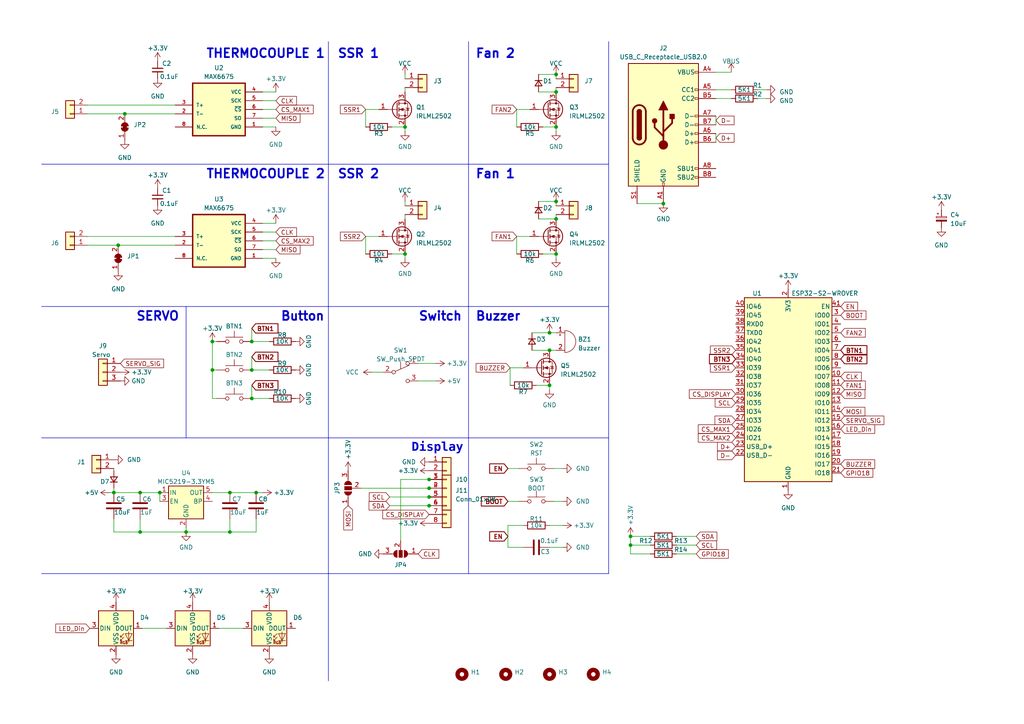
<source format=kicad_sch>
(kicad_sch (version 20230121) (generator eeschema)
  (paper "A4")
  (junction (at 159.385 96.52))
  (junction (at 124.46 139.065))
  (junction (at 61.595 99.06))
  (junction (at 34.29 71.12))
  (junction (at 73.025 99.06))
  (junction (at 124.46 146.685))
  (junction (at 33.02 142.875))
  (junction (at 74.295 142.875))
  (junction (at 182.88 158.115))
  (junction (at 117.475 73.66))
  (junction (at 192.405 59.055))
  (junction (at 124.46 144.145))
  (junction (at 61.595 107.315))
  (junction (at 161.29 73.66))
  (junction (at 161.29 21.59))
  (junction (at 159.385 111.76))
  (junction (at 66.675 154.305))
  (junction (at 161.29 26.67))
  (junction (at 40.64 154.305))
  (junction (at 161.29 36.83))
  (junction (at 73.025 107.315))
  (junction (at 124.46 141.605))
  (junction (at 73.025 115.57))
  (junction (at 159.385 101.6))
  (junction (at 40.64 142.875))
  (junction (at 53.975 154.305))
  (junction (at 161.29 63.5))
  (junction (at 182.88 155.575))
  (junction (at 117.475 36.83))
  (junction (at 36.195 33.02))
  (junction (at 46.355 142.875))
  (junction (at 66.675 142.875))
  (junction (at 161.29 58.42))
  (wire (pts (xy 104.775 141.605) (xy 124.46 141.605)))
  (wire (pts (xy 113.03 144.145) (xy 124.46 144.145)))
  (wire (pts (xy 80.01 72.39) (xy 76.2 72.39)))
  (wire (pts (xy 207.645 38.735) (xy 207.645 41.275)))
  (wire (pts (xy 156.21 58.42) (xy 161.29 58.42)))
  (wire (pts (xy 151.765 106.68) (xy 147.955 106.68)))
  (wire (pts (xy 40.64 154.305) (xy 53.975 154.305)))
  (polyline (pts (xy 95.25 88.9) (xy 95.25 127)))
  (wire (pts (xy 40.64 150.495) (xy 40.64 154.305)))
  (wire (pts (xy 156.21 63.5) (xy 161.29 63.5)))
  (wire (pts (xy 154.305 96.52) (xy 159.385 96.52)))
  (wire (pts (xy 107.95 107.95) (xy 111.125 107.95)))
  (wire (pts (xy 201.93 160.655) (xy 196.215 160.655)))
  (wire (pts (xy 188.595 158.115) (xy 182.88 158.115)))
  (wire (pts (xy 117.475 74.93) (xy 117.475 73.66)))
  (wire (pts (xy 212.09 26.035) (xy 207.645 26.035)))
  (polyline (pts (xy 53.975 88.9) (xy 53.975 127)))
  (wire (pts (xy 25.4 30.48) (xy 50.8 30.48)))
  (polyline (pts (xy 176.53 12.065) (xy 176.53 165.735)))
  (wire (pts (xy 161.29 62.23) (xy 161.29 63.5)))
  (wire (pts (xy 163.195 135.89) (xy 160.655 135.89)))
  (wire (pts (xy 74.295 150.495) (xy 74.295 154.305)))
  (wire (pts (xy 147.32 158.75) (xy 151.765 158.75)))
  (polyline (pts (xy 95.25 127) (xy 95.25 166.37)))
  (polyline (pts (xy 135.89 12.065) (xy 135.89 47.625)))
  (wire (pts (xy 212.09 28.575) (xy 207.645 28.575)))
  (polyline (pts (xy 12.065 166.37) (xy 95.25 166.37)))
  (wire (pts (xy 53.975 154.305) (xy 53.975 153.035)))
  (wire (pts (xy 222.25 26.035) (xy 219.71 26.035)))
  (wire (pts (xy 61.595 99.06) (xy 61.595 107.315)))
  (wire (pts (xy 61.595 115.57) (xy 62.865 115.57)))
  (wire (pts (xy 46.355 142.875) (xy 46.355 145.415)))
  (wire (pts (xy 25.4 68.58) (xy 50.8 68.58)))
  (wire (pts (xy 149.86 68.58) (xy 149.86 73.66)))
  (wire (pts (xy 61.595 107.315) (xy 62.865 107.315)))
  (wire (pts (xy 106.045 31.75) (xy 106.045 36.83)))
  (wire (pts (xy 33.02 150.495) (xy 33.02 154.305)))
  (wire (pts (xy 188.595 160.655) (xy 182.88 160.655)))
  (wire (pts (xy 156.21 21.59) (xy 161.29 21.59)))
  (wire (pts (xy 116.205 139.065) (xy 116.205 156.845)))
  (wire (pts (xy 156.21 26.67) (xy 161.29 26.67)))
  (wire (pts (xy 73.025 107.315) (xy 78.105 107.315)))
  (wire (pts (xy 157.48 73.66) (xy 161.29 73.66)))
  (wire (pts (xy 153.67 68.58) (xy 149.86 68.58)))
  (wire (pts (xy 117.475 21.59) (xy 117.475 22.86)))
  (polyline (pts (xy 12.065 127) (xy 95.25 127)))
  (wire (pts (xy 31.75 142.875) (xy 33.02 142.875)))
  (wire (pts (xy 70.485 182.245) (xy 63.5 182.245)))
  (wire (pts (xy 163.195 145.415) (xy 160.655 145.415)))
  (wire (pts (xy 25.4 71.12) (xy 34.29 71.12)))
  (wire (pts (xy 109.855 68.58) (xy 106.045 68.58)))
  (wire (pts (xy 40.64 142.875) (xy 46.355 142.875)))
  (polyline (pts (xy 95.25 127) (xy 135.89 127)))
  (wire (pts (xy 161.29 101.6) (xy 159.385 101.6)))
  (wire (pts (xy 66.675 150.495) (xy 66.675 154.305)))
  (wire (pts (xy 106.045 68.58) (xy 106.045 73.66)))
  (wire (pts (xy 116.205 139.065) (xy 124.46 139.065)))
  (wire (pts (xy 117.475 38.1) (xy 117.475 36.83)))
  (wire (pts (xy 117.475 25.4) (xy 117.475 26.67)))
  (wire (pts (xy 161.29 21.59) (xy 161.29 22.86)))
  (polyline (pts (xy 135.89 47.625) (xy 135.89 88.9)))
  (polyline (pts (xy 95.25 166.37) (xy 135.89 166.37)))
  (wire (pts (xy 126.365 110.49) (xy 121.285 110.49)))
  (polyline (pts (xy 135.89 88.9) (xy 135.89 127)))
  (polyline (pts (xy 95.25 88.9) (xy 176.53 88.9)))
  (wire (pts (xy 61.595 107.315) (xy 61.595 115.57)))
  (wire (pts (xy 147.955 106.68) (xy 147.955 111.76)))
  (wire (pts (xy 33.02 141.605) (xy 33.02 142.875)))
  (polyline (pts (xy 135.89 127) (xy 176.53 127)))
  (wire (pts (xy 80.01 69.85) (xy 76.2 69.85)))
  (wire (pts (xy 33.02 154.305) (xy 40.64 154.305)))
  (wire (pts (xy 159.385 113.03) (xy 159.385 111.76)))
  (polyline (pts (xy 12.065 88.9) (xy 95.25 88.9)))
  (polyline (pts (xy 95.25 12.065) (xy 95.25 88.9)))
  (wire (pts (xy 80.01 74.93) (xy 76.2 74.93)))
  (wire (pts (xy 163.195 152.4) (xy 159.385 152.4)))
  (wire (pts (xy 80.01 26.67) (xy 76.2 26.67)))
  (wire (pts (xy 159.385 96.52) (xy 161.29 96.52)))
  (polyline (pts (xy 135.89 166.37) (xy 176.53 166.37)))
  (wire (pts (xy 207.645 33.655) (xy 207.645 36.195)))
  (wire (pts (xy 161.29 38.1) (xy 161.29 36.83)))
  (wire (pts (xy 53.975 154.305) (xy 66.675 154.305)))
  (wire (pts (xy 149.86 31.75) (xy 149.86 36.83)))
  (wire (pts (xy 117.475 62.23) (xy 117.475 63.5)))
  (wire (pts (xy 36.195 33.02) (xy 50.8 33.02)))
  (wire (pts (xy 113.665 73.66) (xy 117.475 73.66)))
  (wire (pts (xy 73.025 111.76) (xy 73.025 115.57)))
  (wire (pts (xy 76.2 142.875) (xy 74.295 142.875)))
  (wire (pts (xy 201.93 155.575) (xy 196.215 155.575)))
  (wire (pts (xy 33.02 135.89) (xy 33.02 136.525)))
  (wire (pts (xy 147.32 145.415) (xy 150.495 145.415)))
  (wire (pts (xy 182.88 158.115) (xy 182.88 160.655)))
  (wire (pts (xy 80.01 34.29) (xy 76.2 34.29)))
  (wire (pts (xy 161.29 74.93) (xy 161.29 73.66)))
  (wire (pts (xy 147.32 135.89) (xy 150.495 135.89)))
  (wire (pts (xy 182.88 155.575) (xy 182.88 158.115)))
  (wire (pts (xy 117.475 58.42) (xy 117.475 59.69)))
  (wire (pts (xy 73.025 115.57) (xy 78.105 115.57)))
  (wire (pts (xy 25.4 33.02) (xy 36.195 33.02)))
  (wire (pts (xy 212.09 20.955) (xy 207.645 20.955)))
  (wire (pts (xy 80.01 31.75) (xy 76.2 31.75)))
  (wire (pts (xy 80.01 64.77) (xy 76.2 64.77)))
  (wire (pts (xy 222.25 28.575) (xy 219.71 28.575)))
  (wire (pts (xy 159.385 158.75) (xy 163.195 158.75)))
  (wire (pts (xy 113.665 36.83) (xy 117.475 36.83)))
  (wire (pts (xy 61.595 99.06) (xy 62.865 99.06)))
  (wire (pts (xy 109.855 31.75) (xy 106.045 31.75)))
  (wire (pts (xy 184.785 59.055) (xy 192.405 59.055)))
  (wire (pts (xy 161.29 25.4) (xy 161.29 26.67)))
  (wire (pts (xy 153.67 31.75) (xy 149.86 31.75)))
  (wire (pts (xy 188.595 155.575) (xy 182.88 155.575)))
  (wire (pts (xy 113.03 146.685) (xy 124.46 146.685)))
  (polyline (pts (xy 176.53 165.735) (xy 176.53 166.37)))
  (polyline (pts (xy 135.89 127) (xy 135.89 166.37)))
  (wire (pts (xy 147.32 152.4) (xy 147.32 158.75)))
  (wire (pts (xy 151.765 152.4) (xy 147.32 152.4)))
  (wire (pts (xy 73.025 99.06) (xy 78.105 99.06)))
  (wire (pts (xy 61.595 142.875) (xy 66.675 142.875)))
  (wire (pts (xy 80.01 67.31) (xy 76.2 67.31)))
  (wire (pts (xy 80.01 29.21) (xy 76.2 29.21)))
  (polyline (pts (xy 12.065 47.625) (xy 76.2 47.625)))
  (polyline (pts (xy 76.2 47.625) (xy 176.53 47.625)))
  (wire (pts (xy 126.365 105.41) (xy 121.285 105.41)))
  (wire (pts (xy 34.29 71.12) (xy 50.8 71.12)))
  (wire (pts (xy 161.29 58.42) (xy 161.29 59.69)))
  (wire (pts (xy 201.93 158.115) (xy 196.215 158.115)))
  (wire (pts (xy 48.26 182.245) (xy 41.275 182.245)))
  (polyline (pts (xy 95.25 166.37) (xy 95.25 197.485)))
  (wire (pts (xy 33.02 142.875) (xy 40.64 142.875)))
  (wire (pts (xy 154.305 101.6) (xy 159.385 101.6)))
  (wire (pts (xy 66.675 154.305) (xy 74.295 154.305)))
  (wire (pts (xy 73.025 103.505) (xy 73.025 107.315)))
  (wire (pts (xy 80.01 36.83) (xy 76.2 36.83)))
  (wire (pts (xy 73.025 95.25) (xy 73.025 99.06)))
  (wire (pts (xy 66.675 142.875) (xy 74.295 142.875)))
  (wire (pts (xy 157.48 36.83) (xy 161.29 36.83)))
  (wire (pts (xy 155.575 111.76) (xy 159.385 111.76)))
  (text "Button" (at 81.28 93.345 0) (effects (font (size 2.54 2.54) bold) (justify left bottom)))
  (text "THERMOCOUPLE 1" (at 59.69 17.145 0) (effects (font (size 2.54 2.54) bold) (justify left bottom)))
  (text "Fan 2\n" (at 137.795 17.145 0) (effects (font (size 2.54 2.54) bold) (justify left bottom)))
  (text "Display" (at 119.38 132.08 0) (effects (font (size 2.54 2.54) bold) (justify left bottom)))
  (text "SERVO" (at 39.37 93.345 0) (effects (font (size 2.54 2.54) bold) (justify left bottom)))
  (text "Fan 1" (at 137.795 52.07 0) (effects (font (size 2.54 2.54) bold) (justify left bottom)))
  (text "SSR 1" (at 97.79 17.145 0) (effects (font (size 2.54 2.54) bold) (justify left bottom)))
  (text "Switch" (at 121.285 93.345 0) (effects (font (size 2.54 2.54) bold) (justify left bottom)))
  (text "Buzzer" (at 137.795 93.345 0) (effects (font (size 2.54 2.54) bold) (justify left bottom)))
  (text "SSR 2" (at 97.79 52.07 0) (effects (font (size 2.54 2.54) bold) (justify left bottom)))
  (text "THERMOCOUPLE 2\n" (at 59.69 52.07 0) (effects (font (size 2.54 2.54) bold) (justify left bottom)))
  (global_label "EN" (shape input) (at 147.32 135.89 180) (effects (font bold)) (property "Intersheetrefs" "${INTERSHEET_REFS}" (effects hide)))
  (global_label "GPIO18" (shape input) (at 243.84 137.16 0) (property "Intersheetrefs" "${INTERSHEET_REFS}" (effects hide)))
  (global_label "BTN3" (shape input) (at 213.36 104.14 180) (effects (font bold)) (property "Intersheetrefs" "${INTERSHEET_REFS}" (effects hide)))
  (global_label "CLK" (shape input) (at 121.285 160.655 0) (property "Intersheetrefs" "${INTERSHEET_REFS}" (effects hide)))
  (global_label "D+" (shape input) (at 213.36 129.54 180) (property "Intersheetrefs" "${INTERSHEET_REFS}" (effects hide)))
  (global_label "D-" (shape input) (at 207.645 34.925 0) (property "Intersheetrefs" "${INTERSHEET_REFS}" (effects hide)))
  (global_label "BUZZER" (shape input) (at 243.84 134.62 0) (property "Intersheetrefs" "${INTERSHEET_REFS}" (effects hide)))
  (global_label "BTN1" (shape input) (at 243.84 101.6 0) (effects (font bold)) (property "Intersheetrefs" "${INTERSHEET_REFS}" (effects hide)))
  (global_label "BTN2" (shape input) (at 243.84 104.14 0) (effects (font bold)) (property "Intersheetrefs" "${INTERSHEET_REFS}" (effects hide)))
  (global_label "MOSI" (shape input) (at 100.965 146.685 270) (property "Intersheetrefs" "${INTERSHEET_REFS}" (effects hide)))
  (global_label "SSR2" (shape input) (at 106.045 68.58 180) (property "Intersheetrefs" "${INTERSHEET_REFS}" (effects hide)))
  (global_label "SCL" (shape input) (at 201.93 158.115 0) (property "Intersheetrefs" "${INTERSHEET_REFS}" (effects hide)))
  (global_label "CS_DISPLAY" (shape input) (at 213.36 114.3 180) (property "Intersheetrefs" "${INTERSHEET_REFS}" (effects hide)))
  (global_label "SCL" (shape input) (at 213.36 116.84 180) (property "Intersheetrefs" "${INTERSHEET_REFS}" (effects hide)))
  (global_label "FAN1" (shape input) (at 243.84 111.76 0) (property "Intersheetrefs" "${INTERSHEET_REFS}" (effects hide)))
  (global_label "BTN1" (shape input) (at 73.025 95.25 0) (effects (font bold)) (property "Intersheetrefs" "${INTERSHEET_REFS}" (effects hide)))
  (global_label "SERVO_SIG" (shape input) (at 243.84 121.92 0) (property "Intersheetrefs" "${INTERSHEET_REFS}" (effects hide)))
  (global_label "SERVO_SIG" (shape input) (at 34.925 105.41 0) (property "Intersheetrefs" "${INTERSHEET_REFS}" (effects hide)))
  (global_label "CLK" (shape input) (at 80.01 29.21 0) (property "Intersheetrefs" "${INTERSHEET_REFS}" (effects hide)))
  (global_label "SDA" (shape input) (at 201.93 155.575 0) (property "Intersheetrefs" "${INTERSHEET_REFS}" (effects hide)))
  (global_label "D+" (shape input) (at 207.645 40.005 0) (property "Intersheetrefs" "${INTERSHEET_REFS}" (effects hide)))
  (global_label "SSR1" (shape input) (at 106.045 31.75 180) (property "Intersheetrefs" "${INTERSHEET_REFS}" (effects hide)))
  (global_label "BTN2" (shape input) (at 73.025 103.505 0) (effects (font bold)) (property "Intersheetrefs" "${INTERSHEET_REFS}" (effects hide)))
  (global_label "BOOT" (shape input) (at 243.84 91.44 0) (property "Intersheetrefs" "${INTERSHEET_REFS}" (effects hide)))
  (global_label "CS_MAX2" (shape input) (at 213.36 127 180) (property "Intersheetrefs" "${INTERSHEET_REFS}" (effects hide)))
  (global_label "BUZZER" (shape input) (at 147.955 106.68 180) (property "Intersheetrefs" "${INTERSHEET_REFS}" (effects hide)))
  (global_label "CLK" (shape input) (at 243.84 109.22 0) (property "Intersheetrefs" "${INTERSHEET_REFS}" (effects hide)))
  (global_label "MOSI" (shape input) (at 243.84 119.38 0) (property "Intersheetrefs" "${INTERSHEET_REFS}" (effects hide)))
  (global_label "CS_MAX1" (shape input) (at 213.36 124.46 180) (property "Intersheetrefs" "${INTERSHEET_REFS}" (effects hide)))
  (global_label "CS_MAX2" (shape input) (at 80.01 69.85 0) (property "Intersheetrefs" "${INTERSHEET_REFS}" (effects hide)))
  (global_label "LED_Din" (shape input) (at 243.84 124.46 0) (property "Intersheetrefs" "${INTERSHEET_REFS}" (effects hide)))
  (global_label "MISO" (shape input) (at 80.01 34.29 0) (property "Intersheetrefs" "${INTERSHEET_REFS}" (effects hide)))
  (global_label "SSR2" (shape input) (at 213.36 101.6 180) (property "Intersheetrefs" "${INTERSHEET_REFS}" (effects hide)))
  (global_label "FAN1" (shape input) (at 149.86 68.58 180) (property "Intersheetrefs" "${INTERSHEET_REFS}" (effects hide)))
  (global_label "BOOT" (shape input) (at 147.32 145.415 180) (effects (font bold)) (property "Intersheetrefs" "${INTERSHEET_REFS}" (effects hide)))
  (global_label "SDA" (shape input) (at 213.36 121.92 180) (property "Intersheetrefs" "${INTERSHEET_REFS}" (effects hide)))
  (global_label "MISO" (shape input) (at 80.01 72.39 0) (property "Intersheetrefs" "${INTERSHEET_REFS}" (effects hide)))
  (global_label "CLK" (shape input) (at 80.01 67.31 0) (property "Intersheetrefs" "${INTERSHEET_REFS}" (effects hide)))
  (global_label "FAN2" (shape input) (at 243.84 96.52 0) (property "Intersheetrefs" "${INTERSHEET_REFS}" (effects hide)))
  (global_label "CS_MAX1" (shape input) (at 80.01 31.75 0) (property "Intersheetrefs" "${INTERSHEET_REFS}" (effects hide)))
  (global_label "MISO" (shape input) (at 243.84 114.3 0) (property "Intersheetrefs" "${INTERSHEET_REFS}" (effects hide)))
  (global_label "EN" (shape input) (at 243.84 88.9 0) (property "Intersheetrefs" "${INTERSHEET_REFS}" (effects hide)))
  (global_label "SSR1" (shape input) (at 213.36 106.68 180) (property "Intersheetrefs" "${INTERSHEET_REFS}" (effects hide)))
  (global_label "BTN3" (shape input) (at 73.025 111.76 0) (effects (font bold)) (property "Intersheetrefs" "${INTERSHEET_REFS}" (effects hide)))
  (global_label "D-" (shape input) (at 213.36 132.08 180) (property "Intersheetrefs" "${INTERSHEET_REFS}" (effects hide)))
  (global_label "GPIO18" (shape input) (at 201.93 160.655 0) (property "Intersheetrefs" "${INTERSHEET_REFS}" (effects hide)))
  (global_label "LED_Din" (shape input) (at 26.035 182.245 180) (property "Intersheetrefs" "${INTERSHEET_REFS}" (effects hide)))
  (global_label "CS_DISPLAY" (shape input) (at 124.46 149.225 180) (property "Intersheetrefs" "${INTERSHEET_REFS}" (effects hide)))
  (global_label "SDA" (shape input) (at 113.03 146.685 180) (property "Intersheetrefs" "${INTERSHEET_REFS}" (effects hide)))
  (global_label "EN" (shape input) (at 147.32 155.575 180) (effects (font bold)) (property "Intersheetrefs" "${INTERSHEET_REFS}" (effects hide)))
  (global_label "FAN2" (shape input) (at 149.86 31.75 180) (property "Intersheetrefs" "${INTERSHEET_REFS}" (effects hide)))
  (global_label "SCL" (shape input) (at 113.03 144.145 180) (property "Intersheetrefs" "${INTERSHEET_REFS}" (effects hide)))
  (symbol (lib_id "Switch:SW_Push") (at 155.575 135.89 0) (unit 1)
    (property "Reference" "SW2" (at 155.575 128.905 0))
    (property "Value" "RST" (at 155.575 131.445 0))
    (property "Footprint" "kien242:SW_SPST_B3U-1000P" (effects hide))
  )
  (symbol (lib_id "Device:R") (at 153.67 73.66 270) (unit 1)
    (property "Reference" "R6" (at 153.67 75.565 90))
    (property "Value" "10k" (at 153.67 73.66 90))
    (property "Footprint" "Resistor_SMD:R_0603_1608Metric_Pad0.98x0.95mm_HandSolder" (effects hide))
  )
  (symbol (lib_id "power:+3.3V") (at 61.595 99.06 0) (unit 1)
    (property "Reference" "#PWR030" (effects hide))
    (property "Value" "+3.3V" (at 61.595 95.25 0))
  )
  (symbol (lib_id "Jumper:SolderJumper_3_Open") (at 100.965 141.605 90) (unit 1)
    (property "Reference" "JP3" (at 97.79 141.605 0))
    (property "Value" " " (at 95.25 141.605 0))
    (property "Footprint" "Jumper:SolderJumper-3_P2.0mm_Open_TrianglePad1.0x1.5mm" (effects hide))
  )
  (symbol (lib_id "Connector_Generic:Conn_01x03") (at 29.845 107.95 0) (mirror y) (unit 1)
    (property "Reference" "J9" (at 29.845 100.33 0))
    (property "Value" "Servo " (at 29.845 102.87 0))
    (property "Footprint" "footprint:TerminalBlock_Phoenix_MKDS-1,5-3-5.08_1x03_P5.08mm_Horizontal" (effects hide))
  )
  (symbol (lib_id "power:+3.3V") (at 80.01 64.77 0) (unit 1)
    (property "Reference" "#PWR012" (effects hide))
    (property "Value" "+3.3V" (at 80.01 60.96 0))
  )
  (symbol (lib_id "power:VCC") (at 161.29 21.59 0) (unit 1)
    (property "Reference" "#PWR014" (effects hide))
    (property "Value" "VCC" (at 161.29 18.415 0))
  )
  (symbol (lib_id "Device:R") (at 215.9 26.035 90) (unit 1)
    (property "Reference" "R1" (at 219.71 24.765 90))
    (property "Value" "5K1" (at 215.9 26.035 90))
    (property "Footprint" "Resistor_SMD:R_0603_1608Metric_Pad0.98x0.95mm_HandSolder" (effects hide))
  )
  (symbol (lib_id "power:+3.3V") (at 45.72 54.61 0) (unit 1)
    (property "Reference" "#PWR024" (effects hide))
    (property "Value" "+3.3V" (at 45.72 50.8 0))
  )
  (symbol (lib_id "Switch:SW_Push") (at 155.575 145.415 0) (unit 1)
    (property "Reference" "SW3" (at 155.575 139.065 0))
    (property "Value" "BOOT" (at 155.575 141.605 0))
    (property "Footprint" "kien242:SW_SPST_B3U-1000P" (effects hide))
  )
  (symbol (lib_id "Device:C") (at 40.64 146.685 0) (unit 1)
    (property "Reference" "C6" (at 41.275 144.78 0) (effects (justify left)))
    (property "Value" "1uF" (at 40.64 148.59 0) (effects (justify left)))
    (property "Footprint" "Capacitor_SMD:C_0603_1608Metric_Pad1.08x0.95mm_HandSolder" (effects hide))
  )
  (symbol (lib_id "Device:R") (at 151.765 111.76 270) (unit 1)
    (property "Reference" "R7" (at 151.765 113.665 90))
    (property "Value" "10k" (at 151.765 111.76 90))
    (property "Footprint" "Resistor_SMD:R_0603_1608Metric_Pad0.98x0.95mm_HandSolder" (effects hide))
  )
  (symbol (lib_id "Device:D_Small") (at 154.305 99.06 270) (unit 1)
    (property "Reference" "D3" (at 155.575 98.425 90) (effects (justify left)))
    (property "Value" " " (at 156.845 100.965 90) (effects (justify left)))
    (property "Footprint" "Diode_SMD:D_SOD-123" (effects hide))
    (property "Sim.Device" "D" (effects hide))
    (property "Sim.Pins" "1=K 2=A" (effects hide))
  )
  (symbol (lib_id "power:GND") (at 117.475 74.93 0) (unit 1)
    (property "Reference" "#PWR09" (effects hide))
    (property "Value" "GND" (at 117.475 79.375 0))
  )
  (symbol (lib_id "power:+3.3V") (at 78.105 174.625 0) (unit 1)
    (property "Reference" "#PWR052" (effects hide))
    (property "Value" "+3.3V" (at 78.105 171.45 0))
  )
  (symbol (lib_id "power:VCC") (at 161.29 58.42 0) (unit 1)
    (property "Reference" "#PWR016" (effects hide))
    (property "Value" "VCC" (at 161.29 55.245 0))
  )
  (symbol (lib_id "Device:R") (at 192.405 160.655 90) (unit 1)
    (property "Reference" "R14" (at 197.485 159.385 90))
    (property "Value" "5K1" (at 192.405 160.655 90))
    (property "Footprint" "Resistor_SMD:R_0603_1608Metric_Pad0.98x0.95mm_HandSolder" (effects hide))
  )
  (symbol (lib_id "Connector_Generic:Conn_01x04") (at 129.54 141.605 0) (unit 1)
    (property "Reference" "J10" (at 132.08 139.065 0) (effects (justify left)))
    (property "Value" " " (at 132.715 144.78 0) (effects (justify left)))
    (property "Footprint" "kien242:128x64OLED" (effects hide))
  )
  (symbol (lib_id "power:+3.3V") (at 34.925 107.95 270) (unit 1)
    (property "Reference" "#PWR041" (effects hide))
    (property "Value" "+3.3V" (at 38.1 107.95 90) (effects (justify left)))
  )
  (symbol (lib_id "Connector_Generic:Conn_01x02") (at 166.37 22.86 0) (unit 1)
    (property "Reference" "J7" (at 169.545 23.495 0) (effects (justify left)))
    (property "Value" " " (at 169.545 26.035 0) (effects (justify left)))
    (property "Footprint" "footprint:TerminalBlock_Phoenix_MKDS-1,5-2-5.08_1x02_P5.08mm_Horizontal" (effects hide))
  )
  (symbol (lib_id "Device:D_Small") (at 33.02 139.065 90) (unit 1)
    (property "Reference" "D7" (at 31.75 139.7 90) (effects (justify left)))
    (property "Value" " " (at 30.48 137.16 90) (effects (justify left)))
    (property "Footprint" "Diode_SMD:D_SOD-123" (effects hide))
    (property "Sim.Device" "D" (effects hide))
    (property "Sim.Pins" "1=K 2=A" (effects hide))
  )
  (symbol (lib_id "power:VCC") (at 117.475 21.59 0) (unit 1)
    (property "Reference" "#PWR07" (effects hide))
    (property "Value" "VCC" (at 117.475 18.415 0))
  )
  (symbol (lib_id "power:VCC") (at 107.95 107.95 90) (unit 1)
    (property "Reference" "#PWR021" (effects hide))
    (property "Value" "VCC" (at 104.14 107.95 90) (effects (justify left)))
  )
  (symbol (lib_id "Switch:SW_Push") (at 67.945 99.06 0) (unit 1)
    (property "Reference" "BTN1" (at 67.945 94.615 0))
    (property "Value" " " (at 67.945 95.25 0))
    (property "Footprint" "footprint:SW_TL3305AF160QG" (effects hide))
  )
  (symbol (lib_id "power:GND") (at 55.88 189.865 0) (unit 1)
    (property "Reference" "#PWR051" (effects hide))
    (property "Value" "GND" (at 55.88 194.945 0))
  )
  (symbol (lib_id "power:+3.3V") (at 100.965 136.525 0) (unit 1)
    (property "Reference" "#PWR043" (effects hide))
    (property "Value" "+3.3V" (at 100.965 133.35 90) (effects (justify left)))
  )
  (symbol (lib_id "Connector_Generic:Conn_01x02") (at 166.37 59.69 0) (unit 1)
    (property "Reference" "J8" (at 169.545 60.325 0) (effects (justify left)))
    (property "Value" " " (at 169.545 62.865 0) (effects (justify left)))
    (property "Footprint" "footprint:TerminalBlock_Phoenix_MKDS-1,5-2-5.08_1x02_P5.08mm_Horizontal" (effects hide))
  )
  (symbol (lib_id "Device:Q_NMOS_GSD") (at 114.935 68.58 0) (unit 1)
    (property "Reference" "Q2" (at 120.65 67.945 0) (effects (justify left)))
    (property "Value" "IRLML2502" (at 120.65 70.485 0) (effects (justify left)))
    (property "Footprint" "Package_TO_SOT_SMD:SOT-23_Handsoldering" (effects hide))
  )
  (symbol (lib_id "Connector_Generic:Conn_01x08") (at 129.54 141.605 0) (unit 1)
    (property "Reference" "J11" (at 132.08 142.24 0) (effects (justify left)))
    (property "Value" "Conn_01x08" (at 132.08 144.78 0) (effects (justify left)))
    (property "Footprint" "footprint:0.96_TFT_Display_ST77335S" (effects hide))
  )
  (symbol (lib_id "Device:R") (at 215.9 28.575 90) (unit 1)
    (property "Reference" "R2" (at 219.71 27.305 90))
    (property "Value" "5K1" (at 215.9 28.575 90))
    (property "Footprint" "Resistor_SMD:R_0603_1608Metric_Pad0.98x0.95mm_HandSolder" (effects hide))
  )
  (symbol (lib_id "power:GND") (at 159.385 113.03 0) (unit 1)
    (property "Reference" "#PWR019" (effects hide))
    (property "Value" "GND" (at 159.385 117.475 0))
  )
  (symbol (lib_id "power:+3.3V") (at 228.6 83.82 0) (unit 1)
    (property "Reference" "#PWR020" (effects hide))
    (property "Value" "+3.3V" (at 228.6 80.01 0))
  )
  (symbol (lib_id "Connector_Generic:Conn_01x02") (at 20.32 33.02 180) (unit 1)
    (property "Reference" "J5" (at 17.145 32.385 0) (effects (justify left)))
    (property "Value" " " (at 17.145 29.845 0) (effects (justify left)))
    (property "Footprint" "footprint:TerminalBlock_Phoenix_MKDS-1,5-2-5.08_1x02_P5.08mm_Horizontal" (effects hide))
  )
  (symbol (lib_id "Device:C_Small") (at 45.72 20.32 0) (unit 1)
    (property "Reference" "C2" (at 46.99 18.415 0) (effects (justify left)))
    (property "Value" "0.1uF" (at 46.355 22.225 0) (effects (justify left)))
    (property "Footprint" "Capacitor_SMD:C_0603_1608Metric_Pad1.08x0.95mm_HandSolder" (effects hide))
  )
  (symbol (lib_id "power:GND") (at 36.195 40.64 0) (unit 1)
    (property "Reference" "#PWR029" (effects hide))
    (property "Value" "GND" (at 36.195 45.72 0))
  )
  (symbol (lib_id "Device:R") (at 192.405 158.115 90) (unit 1)
    (property "Reference" "R13" (at 197.485 156.845 90))
    (property "Value" "5K1" (at 192.405 158.115 90))
    (property "Footprint" "Resistor_SMD:R_0603_1608Metric_Pad0.98x0.95mm_HandSolder" (effects hide))
  )
  (symbol (lib_id "Switch:SW_Push") (at 67.945 115.57 0) (unit 1)
    (property "Reference" "BTN3" (at 67.945 111.125 0))
    (property "Value" " " (at 67.945 111.76 0))
    (property "Footprint" "footprint:SW_TL3305AF160QG" (effects hide))
  )
  (symbol (lib_id "Device:D_Small") (at 156.21 24.13 270) (unit 1)
    (property "Reference" "D1" (at 157.48 23.495 90) (effects (justify left)))
    (property "Value" " " (at 158.75 26.035 90) (effects (justify left)))
    (property "Footprint" "Diode_SMD:D_SOD-123" (effects hide))
    (property "Sim.Device" "D" (effects hide))
    (property "Sim.Pins" "1=K 2=A" (effects hide))
  )
  (symbol (lib_id "Device:R") (at 81.915 99.06 90) (unit 1)
    (property "Reference" "R8" (at 83.185 97.155 90) (effects (justify left)))
    (property "Value" "10K" (at 83.82 99.06 90) (effects (justify left)))
    (property "Footprint" "Resistor_SMD:R_0603_1608Metric_Pad0.98x0.95mm_HandSolder" (effects hide))
  )
  (symbol (lib_id "Mechanical:MountingHole") (at 159.385 195.58 0) (unit 1)
    (property "Reference" "H3" (at 161.925 194.945 0) (effects (justify left)))
    (property "Value" " " (at 161.925 197.485 0) (effects (justify left)))
    (property "Footprint" "kien242:MountingHole_2.7mm_M2.5_DIN965_Pad" (effects hide))
  )
  (symbol (lib_id "Device:R") (at 81.915 115.57 90) (unit 1)
    (property "Reference" "R10" (at 83.185 113.665 90) (effects (justify left)))
    (property "Value" "10K" (at 83.82 115.57 90) (effects (justify left)))
    (property "Footprint" "Resistor_SMD:R_0603_1608Metric_Pad0.98x0.95mm_HandSolder" (effects hide))
  )
  (symbol (lib_id "power:+3.3V") (at 33.655 174.625 0) (unit 1)
    (property "Reference" "#PWR049" (effects hide))
    (property "Value" "+3.3V" (at 33.655 171.45 0))
  )
  (symbol (lib_id "power:GND") (at 161.29 38.1 0) (unit 1)
    (property "Reference" "#PWR015" (effects hide))
    (property "Value" "GND" (at 161.29 42.545 0))
  )
  (symbol (lib_id "power:GND") (at 34.29 78.74 0) (unit 1)
    (property "Reference" "#PWR028" (effects hide))
    (property "Value" "GND" (at 34.29 83.82 0))
  )
  (symbol (lib_id "power:GND") (at 80.01 74.93 0) (unit 1)
    (property "Reference" "#PWR013" (effects hide))
    (property "Value" "GND" (at 80.01 80.01 0))
  )
  (symbol (lib_id "Switch:SW_Push") (at 67.945 107.315 0) (unit 1)
    (property "Reference" "BTN2" (at 67.945 102.87 0))
    (property "Value" " " (at 67.945 103.505 0))
    (property "Footprint" "footprint:SW_TL3305AF160QG" (effects hide))
  )
  (symbol (lib_id "Device:C") (at 66.675 146.685 0) (unit 1)
    (property "Reference" "C7" (at 67.31 144.78 0) (effects (justify left)))
    (property "Value" "10uF" (at 66.675 148.59 0) (effects (justify left)))
    (property "Footprint" "Capacitor_SMD:C_0603_1608Metric_Pad1.08x0.95mm_HandSolder" (effects hide))
  )
  (symbol (lib_id "power:+3.3V") (at 126.365 105.41 270) (unit 1)
    (property "Reference" "#PWR022" (effects hide))
    (property "Value" "+3.3V" (at 129.54 105.41 90) (effects (justify left)))
  )
  (symbol (lib_id "Device:Q_NMOS_GSD") (at 156.845 106.68 0) (unit 1)
    (property "Reference" "Q5" (at 162.56 106.045 0) (effects (justify left)))
    (property "Value" "IRLML2502" (at 162.56 108.585 0) (effects (justify left)))
    (property "Footprint" "Package_TO_SOT_SMD:SOT-23_Handsoldering" (effects hide))
  )
  (symbol (lib_id "Device:R") (at 81.915 107.315 90) (unit 1)
    (property "Reference" "R9" (at 83.185 105.41 90) (effects (justify left)))
    (property "Value" "10K" (at 83.82 107.315 90) (effects (justify left)))
    (property "Footprint" "Resistor_SMD:R_0603_1608Metric_Pad0.98x0.95mm_HandSolder" (effects hide))
  )
  (symbol (lib_id "Device:C_Polarized_Small") (at 273.05 63.5 0) (unit 1)
    (property "Reference" "C4" (at 275.59 62.3189 0) (effects (justify left)))
    (property "Value" "10uF" (at 275.59 64.8589 0) (effects (justify left)))
    (property "Footprint" "Capacitor_Tantalum_SMD:CP_EIA-3216-10_Kemet-I_Pad1.58x1.35mm_HandSolder" (effects hide))
  )
  (symbol (lib_id "power:+3.3V") (at 163.195 152.4 270) (unit 1)
    (property "Reference" "#PWR037" (effects hide))
    (property "Value" "+3.3V" (at 166.37 152.4 90) (effects (justify left)))
  )
  (symbol (lib_id "Jumper:SolderJumper_2_Bridged") (at 34.29 74.93 90) (unit 1)
    (property "Reference" "JP1" (at 36.83 74.295 90) (effects (justify right)))
    (property "Value" " " (at 36.83 76.835 90) (effects (justify right)))
    (property "Footprint" "Jumper:SolderJumper-2_P1.3mm_Open_TrianglePad1.0x1.5mm" (effects hide))
  )
  (symbol (lib_id "power:GND") (at 163.195 158.75 90) (unit 1)
    (property "Reference" "#PWR036" (effects hide))
    (property "Value" "GND" (at 167.005 158.75 90) (effects (justify right)))
  )
  (symbol (lib_id "power:+3.3V") (at 124.46 136.525 90) (unit 1)
    (property "Reference" "#PWR056" (effects hide))
    (property "Value" "+3.3V" (at 121.285 136.525 90) (effects (justify left)))
  )
  (symbol (lib_id "Device:R") (at 109.855 73.66 270) (unit 1)
    (property "Reference" "R4" (at 109.855 75.565 90))
    (property "Value" "10k" (at 109.855 73.66 90))
    (property "Footprint" "Resistor_SMD:R_0603_1608Metric_Pad0.98x0.95mm_HandSolder" (effects hide))
  )
  (symbol (lib_id "Device:R") (at 155.575 152.4 90) (unit 1)
    (property "Reference" "R11" (at 155.575 150.495 90))
    (property "Value" "10k" (at 155.575 152.4 90))
    (property "Footprint" "Resistor_SMD:R_0603_1608Metric_Pad0.98x0.95mm_HandSolder" (effects hide))
  )
  (symbol (lib_id "LED:SK6812MINI") (at 78.105 182.245 0) (unit 1)
    (property "Reference" "D6" (at 86.36 179.1209 0))
    (property "Value" " " (at 86.36 181.6609 0))
    (property "Footprint" "LED_SMD:LED_SK6812MINI_PLCC4_3.5x3.5mm_P1.75mm" (effects hide))
    (property "Datasheet" "https://cdn-shop.adafruit.com/product-files/2686/SK6812MINI_REV.01-1-2.pdf" (effects hide))
  )
  (symbol (lib_id "Regulator_Linear:MIC5219-3.3YM5") (at 53.975 145.415 0) (unit 1)
    (property "Reference" "U4" (at 53.975 137.16 0))
    (property "Value" "MIC5219-3.3YM5" (at 53.975 139.7 0))
    (property "Footprint" "Package_TO_SOT_SMD:SOT-23-5_HandSoldering" (effects hide))
    (property "Datasheet" "http://ww1.microchip.com/downloads/en/DeviceDoc/MIC5219-500mA-Peak-Output-LDO-Regulator-DS20006021A.pdf" (effects hide))
  )
  (symbol (lib_id "Device:R") (at 109.855 36.83 270) (unit 1)
    (property "Reference" "R3" (at 109.855 38.735 90))
    (property "Value" "10k" (at 109.855 36.83 90))
    (property "Footprint" "Resistor_SMD:R_0603_1608Metric_Pad0.98x0.95mm_HandSolder" (effects hide))
  )
  (symbol (lib_id "Device:R") (at 153.67 36.83 270) (unit 1)
    (property "Reference" "R5" (at 153.67 38.735 90))
    (property "Value" "10k" (at 153.67 36.83 90))
    (property "Footprint" "Resistor_SMD:R_0603_1608Metric_Pad0.98x0.95mm_HandSolder" (effects hide))
  )
  (symbol (lib_id "Device:Buzzer") (at 163.83 99.06 0) (unit 1)
    (property "Reference" "BZ1" (at 167.64 98.425 0) (effects (justify left)))
    (property "Value" "Buzzer" (at 167.64 100.965 0) (effects (justify left)))
    (property "Footprint" "Buzzer_Beeper:MagneticBuzzer_CUI_CMT-8504-100-SMT" (effects hide))
  )
  (symbol (lib_id "Device:Q_NMOS_GSD") (at 158.75 68.58 0) (unit 1)
    (property "Reference" "Q4" (at 165.1 67.945 0) (effects (justify left)))
    (property "Value" "IRLML2502" (at 165.1 70.485 0) (effects (justify left)))
    (property "Footprint" "Package_TO_SOT_SMD:SOT-23_Handsoldering" (effects hide))
  )
  (symbol (lib_id "power:+3.3V") (at 55.88 174.625 0) (unit 1)
    (property "Reference" "#PWR050" (effects hide))
    (property "Value" "+3.3V" (at 55.88 171.45 0))
  )
  (symbol (lib_id "power:+3.3V") (at 159.385 96.52 0) (unit 1)
    (property "Reference" "#PWR018" (effects hide))
    (property "Value" "+3.3V" (at 159.385 92.71 0))
  )
  (symbol (lib_id "power:GND") (at 117.475 38.1 0) (unit 1)
    (property "Reference" "#PWR06" (effects hide))
    (property "Value" "GND" (at 117.475 42.545 0))
  )
  (symbol (lib_id "power:GND") (at 53.975 154.305 0) (unit 1)
    (property "Reference" "#PWR047" (effects hide))
    (property "Value" "GND" (at 53.975 158.75 0))
  )
  (symbol (lib_id "Switch:SW_Push_SPDT") (at 116.205 107.95 0) (unit 1)
    (property "Reference" "SW1" (at 116.205 101.6 0))
    (property "Value" "SW_Push_SPDT" (at 116.205 104.14 0))
    (property "Footprint" "kien242:MSS22D18" (effects hide))
  )
  (symbol (lib_id "power:GND") (at 78.105 189.865 0) (unit 1)
    (property "Reference" "#PWR053" (effects hide))
    (property "Value" "GND" (at 78.105 194.945 0))
  )
  (symbol (lib_id "power:+3.3V") (at 45.72 17.78 0) (unit 1)
    (property "Reference" "#PWR026" (effects hide))
    (property "Value" "+3.3V" (at 45.72 13.97 0))
  )
  (symbol (lib_id "power:GND") (at 163.195 135.89 90) (unit 1)
    (property "Reference" "#PWR035" (effects hide))
    (property "Value" "GND" (at 167.005 135.89 90) (effects (justify right)))
  )
  (symbol (lib_id "power:GND") (at 34.925 110.49 90) (unit 1)
    (property "Reference" "#PWR040" (effects hide))
    (property "Value" "GND" (at 38.1 110.49 90) (effects (justify right)))
  )
  (symbol (lib_id "power:GND") (at 161.29 74.93 0) (unit 1)
    (property "Reference" "#PWR017" (effects hide))
    (property "Value" "GND" (at 161.29 79.375 0))
  )
  (symbol (lib_id "MAX6675ISA_:MAX6675ISA+") (at 63.5 69.85 0) (unit 1)
    (property "Reference" "U3" (at 63.5 57.785 0))
    (property "Value" "MAX6675" (at 63.5 60.325 0))
    (property "Footprint" "footprint:SOIC127P600X175-8N" (effects hide))
  )
  (symbol (lib_id "Jumper:SolderJumper_3_Open") (at 116.205 160.655 180) (unit 1)
    (property "Reference" "JP4" (at 116.205 163.83 0))
    (property "Value" " " (at 116.205 166.37 0))
    (property "Footprint" "Jumper:SolderJumper-3_P2.0mm_Open_TrianglePad1.0x1.5mm" (effects hide))
  )
  (symbol (lib_id "power:GND") (at 228.6 142.24 0) (mirror y) (unit 1)
    (property "Reference" "#PWR01" (effects hide))
    (property "Value" "GND" (at 228.6 147.32 0))
  )
  (symbol (lib_id "power:GND") (at 192.405 59.055 0) (unit 1)
    (property "Reference" "#PWR05" (effects hide))
    (property "Value" "GND" (at 192.405 63.5 0))
  )
  (symbol (lib_id "power:+3.3V") (at 80.01 26.67 0) (unit 1)
    (property "Reference" "#PWR010" (effects hide))
    (property "Value" "+3.3V" (at 80.01 22.86 0))
  )
  (symbol (lib_id "Connector:USB_C_Receptacle_USB2.0") (at 192.405 36.195 0) (unit 1)
    (property "Reference" "J2" (at 192.405 13.97 0))
    (property "Value" "USB_C_Receptacle_USB2.0" (at 192.405 16.51 0))
    (property "Footprint" "kien242:USB-C-16pin-hight-v2" (effects hide))
    (property "Datasheet" "https://www.usb.org/sites/default/files/documents/usb_type-c.zip" (effects hide))
  )
  (symbol (lib_id "Mechanical:MountingHole") (at 133.985 195.58 0) (unit 1)
    (property "Reference" "H1" (at 136.525 194.945 0) (effects (justify left)))
    (property "Value" " " (at 136.525 197.485 0) (effects (justify left)))
    (property "Footprint" "kien242:MountingHole_2.7mm_M2.5_DIN965_Pad" (effects hide))
  )
  (symbol (lib_id "power:GND") (at 85.725 99.06 90) (unit 1)
    (property "Reference" "#PWR031" (effects hide))
    (property "Value" "GND" (at 89.535 99.06 0))
  )
  (symbol (lib_id "power:GND") (at 222.25 26.035 90) (unit 1)
    (property "Reference" "#PWR02" (effects hide))
    (property "Value" "GND" (at 226.06 26.67 90) (effects (justify right)))
  )
  (symbol (lib_id "MAX6675ISA_:MAX6675ISA+") (at 63.5 31.75 0) (unit 1)
    (property "Reference" "U2" (at 63.5 19.685 0))
    (property "Value" "MAX6675" (at 63.5 22.225 0))
    (property "Footprint" "footprint:SOIC127P600X175-8N" (effects hide))
  )
  (symbol (lib_id "power:GND") (at 45.72 22.86 0) (unit 1)
    (property "Reference" "#PWR027" (effects hide))
    (property "Value" "GND" (at 45.72 27.94 0))
  )
  (symbol (lib_id "power:+3.3V") (at 273.05 60.96 0) (unit 1)
    (property "Reference" "#PWR038" (effects hide))
    (property "Value" "+3.3V" (at 273.05 57.15 0))
  )
  (symbol (lib_id "Device:Q_NMOS_GSD") (at 114.935 31.75 0) (unit 1)
    (property "Reference" "Q1" (at 120.65 31.115 0) (effects (justify left)))
    (property "Value" "IRLML2502" (at 120.65 33.655 0) (effects (justify left)))
    (property "Footprint" "Package_TO_SOT_SMD:SOT-23_Handsoldering" (effects hide))
  )
  (symbol (lib_id "Connector_Generic:Conn_01x02") (at 122.555 22.86 0) (unit 1)
    (property "Reference" "J3" (at 125.73 23.495 0) (effects (justify left)))
    (property "Value" " " (at 125.73 26.035 0) (effects (justify left)))
    (property "Footprint" "footprint:TerminalBlock_Phoenix_MKDS-1,5-2-5.08_1x02_P5.08mm_Horizontal" (effects hide))
  )
  (symbol (lib_id "power:+3.3V") (at 76.2 142.875 270) (unit 1)
    (property "Reference" "#PWR045" (effects hide))
    (property "Value" "+3.3V" (at 79.375 142.875 90) (effects (justify left)))
  )
  (symbol (lib_id "Device:R") (at 192.405 155.575 270) (unit 1)
    (property "Reference" "R12" (at 187.325 156.845 90))
    (property "Value" "5K1" (at 192.405 155.575 90))
    (property "Footprint" "Resistor_SMD:R_0603_1608Metric_Pad0.98x0.95mm_HandSolder" (effects hide))
  )
  (symbol (lib_id "Device:C") (at 74.295 146.685 0) (unit 1)
    (property "Reference" "C8" (at 74.93 144.78 0) (effects (justify left)))
    (property "Value" "1uF" (at 74.295 148.59 0) (effects (justify left)))
    (property "Footprint" "Capacitor_SMD:C_0603_1608Metric_Pad1.08x0.95mm_HandSolder" (effects hide))
  )
  (symbol (lib_id "power:GND") (at 85.725 107.315 90) (unit 1)
    (property "Reference" "#PWR032" (effects hide))
    (property "Value" "GND" (at 89.535 107.315 0))
  )
  (symbol (lib_id "power:VCC") (at 117.475 58.42 0) (unit 1)
    (property "Reference" "#PWR08" (effects hide))
    (property "Value" "VCC" (at 117.475 55.245 0))
  )
  (symbol (lib_id "Mechanical:MountingHole") (at 146.685 195.58 0) (unit 1)
    (property "Reference" "H2" (at 149.225 194.945 0) (effects (justify left)))
    (property "Value" " " (at 149.225 197.485 0) (effects (justify left)))
    (property "Footprint" "kien242:MountingHole_2.7mm_M2.5_DIN965_Pad" (effects hide))
  )
  (symbol (lib_id "power:+3.3V") (at 124.46 151.765 90) (unit 1)
    (property "Reference" "#PWR055" (effects hide))
    (property "Value" "+3.3V" (at 121.285 151.765 90) (effects (justify left)))
  )
  (symbol (lib_id "Device:C") (at 33.02 146.685 0) (unit 1)
    (property "Reference" "C5" (at 33.655 144.78 0) (effects (justify left)))
    (property "Value" "10uF" (at 33.02 148.59 0) (effects (justify left)))
    (property "Footprint" "Capacitor_SMD:C_0603_1608Metric_Pad1.08x0.95mm_HandSolder" (effects hide))
  )
  (symbol (lib_id "power:+3.3V") (at 182.88 155.575 0) (unit 1)
    (property "Reference" "#PWR044" (effects hide))
    (property "Value" "+3.3V" (at 182.88 152.4 90) (effects (justify left)))
  )
  (symbol (lib_id "power:GND") (at 45.72 59.69 0) (unit 1)
    (property "Reference" "#PWR025" (effects hide))
    (property "Value" "GND" (at 45.72 64.77 0))
  )
  (symbol (lib_id "LED:SK6812MINI") (at 33.655 182.245 0) (unit 1)
    (property "Reference" "D4" (at 41.91 179.1209 0))
    (property "Value" " " (at 41.91 181.6609 0))
    (property "Footprint" "LED_SMD:LED_SK6812MINI_PLCC4_3.5x3.5mm_P1.75mm" (effects hide))
    (property "Datasheet" "https://cdn-shop.adafruit.com/product-files/2686/SK6812MINI_REV.01-1-2.pdf" (effects hide))
  )
  (symbol (lib_id "RF_Module:ESP32-S2-WROVER") (at 228.6 114.3 0) (mirror y) (unit 1)
    (property "Reference" "U1" (at 220.98 85.09 0) (effects (justify left)))
    (property "Value" "ESP32-S2-WROVER" (at 248.92 85.09 0) (effects (justify left)))
    (property "Footprint" "footprint:MODULE_ESP32-S2-WROVER" (effects hide))
    (property "Datasheet" "https://www.espressif.com/sites/default/files/documentation/esp32-s2-wroom_esp32-s2-wroom-i_datasheet_en.pdf" (effects hide))
  )
  (symbol (lib_id "Device:D_Small") (at 156.21 60.96 270) (unit 1)
    (property "Reference" "D2" (at 157.48 60.325 90) (effects (justify left)))
    (property "Value" " " (at 158.75 62.865 90) (effects (justify left)))
    (property "Footprint" "Diode_SMD:D_SOD-123" (effects hide))
    (property "Sim.Device" "D" (effects hide))
    (property "Sim.Pins" "1=K 2=A" (effects hide))
  )
  (symbol (lib_id "power:GND") (at 80.01 36.83 0) (unit 1)
    (property "Reference" "#PWR011" (effects hide))
    (property "Value" "GND" (at 80.01 41.91 0))
  )
  (symbol (lib_id "power:GND") (at 111.125 160.655 270) (unit 1)
    (property "Reference" "#PWR042" (effects hide))
    (property "Value" "GND" (at 107.95 160.655 90) (effects (justify right)))
  )
  (symbol (lib_id "Connector_Generic:Conn_01x02") (at 122.555 59.69 0) (unit 1)
    (property "Reference" "J4" (at 125.73 60.325 0) (effects (justify left)))
    (property "Value" " " (at 125.73 62.865 0) (effects (justify left)))
    (property "Footprint" "footprint:TerminalBlock_Phoenix_MKDS-1,5-2-5.08_1x02_P5.08mm_Horizontal" (effects hide))
  )
  (symbol (lib_id "power:VBUS") (at 212.09 20.955 0) (unit 1)
    (property "Reference" "#PWR04" (effects hide))
    (property "Value" "VBUS" (at 212.09 17.78 0))
  )
  (symbol (lib_id "power:GND") (at 33.655 189.865 0) (unit 1)
    (property "Reference" "#PWR048" (effects hide))
    (property "Value" "GND" (at 33.655 194.945 0))
  )
  (symbol (lib_id "power:GND") (at 33.02 133.35 90) (unit 1)
    (property "Reference" "#PWR054" (effects hide))
    (property "Value" "GND" (at 36.83 133.35 90) (effects (justify right)))
  )
  (symbol (lib_id "power:GND") (at 85.725 115.57 90) (unit 1)
    (property "Reference" "#PWR033" (effects hide))
    (property "Value" "GND" (at 89.535 115.57 0))
  )
  (symbol (lib_id "power:GND") (at 124.46 133.985 270) (unit 1)
    (property "Reference" "#PWR057" (effects hide))
    (property "Value" "GND" (at 120.65 133.985 90) (effects (justify right)))
  )
  (symbol (lib_id "power:+5V") (at 126.365 110.49 270) (unit 1)
    (property "Reference" "#PWR023" (effects hide))
    (property "Value" "+5V" (at 129.54 110.49 90) (effects (justify left)))
  )
  (symbol (lib_id "LED:SK6812MINI") (at 55.88 182.245 0) (unit 1)
    (property "Reference" "D5" (at 64.135 179.1209 0))
    (property "Value" " " (at 64.135 181.6609 0))
    (property "Footprint" "LED_SMD:LED_SK6812MINI_PLCC4_3.5x3.5mm_P1.75mm" (effects hide))
    (property "Datasheet" "https://cdn-shop.adafruit.com/product-files/2686/SK6812MINI_REV.01-1-2.pdf" (effects hide))
  )
  (symbol (lib_id "Jumper:SolderJumper_2_Bridged") (at 36.195 36.83 90) (unit 1)
    (property "Reference" "JP2" (at 38.735 36.195 90) (effects (justify right)))
    (property "Value" " " (at 38.735 38.735 90) (effects (justify right)))
    (property "Footprint" "Jumper:SolderJumper-2_P1.3mm_Open_TrianglePad1.0x1.5mm" (effects hide))
  )
  (symbol (lib_id "Device:C_Small") (at 45.72 57.15 0) (unit 1)
    (property "Reference" "C1" (at 46.99 55.245 0) (effects (justify left)))
    (property "Value" "0.1uF" (at 46.355 59.055 0) (effects (justify left)))
    (property "Footprint" "Capacitor_SMD:C_0603_1608Metric_Pad1.08x0.95mm_HandSolder" (effects hide))
  )
  (symbol (lib_id "power:GND") (at 273.05 66.04 0) (unit 1)
    (property "Reference" "#PWR039" (effects hide))
    (property "Value" "GND" (at 273.05 71.12 0))
  )
  (symbol (lib_id "Connector_Generic:Conn_01x02") (at 20.32 71.12 180) (unit 1)
    (property "Reference" "J6" (at 17.145 70.485 0) (effects (justify left)))
    (property "Value" " " (at 17.145 67.945 0) (effects (justify left)))
    (property "Footprint" "footprint:TerminalBlock_Phoenix_MKDS-1,5-2-5.08_1x02_P5.08mm_Horizontal" (effects hide))
  )
  (symbol (lib_id "power:GND") (at 222.25 28.575 90) (unit 1)
    (property "Reference" "#PWR03" (effects hide))
    (property "Value" "GND" (at 226.06 29.21 90) (effects (justify right)))
  )
  (symbol (lib_id "power:+5V") (at 31.75 142.875 90) (unit 1)
    (property "Reference" "#PWR046" (effects hide))
    (property "Value" "+5V" (at 28.575 142.875 90) (effects (justify left)))
  )
  (symbol (lib_id "Mechanical:MountingHole") (at 172.085 195.58 0) (unit 1)
    (property "Reference" "H4" (at 174.625 194.945 0) (effects (justify left)))
    (property "Value" " " (at 174.625 197.485 0) (effects (justify left)))
    (property "Footprint" "kien242:MountingHole_2.7mm_M2.5_DIN965_Pad" (effects hide))
  )
  (symbol (lib_id "Device:Q_NMOS_GSD") (at 158.75 31.75 0) (unit 1)
    (property "Reference" "Q3" (at 165.1 31.115 0) (effects (justify left)))
    (property "Value" "IRLML2502" (at 165.1 33.655 0) (effects (justify left)))
    (property "Footprint" "Package_TO_SOT_SMD:SOT-23_Handsoldering" (effects hide))
  )
  (symbol (lib_id "Device:C") (at 155.575 158.75 90) (mirror x) (unit 1)
    (property "Reference" "C3" (at 158.115 160.02 90))
    (property "Value" "0.1uF" (at 159.385 156.845 90))
    (property "Footprint" "Capacitor_SMD:C_0603_1608Metric_Pad1.08x0.95mm_HandSolder" (effects hide))
  )
  (symbol (lib_id "Connector_Generic:Conn_01x02") (at 27.94 133.35 0) (mirror y) (unit 1)
    (property "Reference" "J1" (at 24.765 133.985 0) (effects (justify left)))
    (property "Value" " " (at 24.765 136.525 0) (effects (justify left)))
    (property "Footprint" "footprint:TerminalBlock_Phoenix_MKDS-1,5-2-5.08_1x02_P5.08mm_Horizontal" (effects hide))
  )
  (symbol (lib_id "power:GND") (at 163.195 145.415 90) (unit 1)
    (property "Reference" "#PWR034" (effects hide))
    (property "Value" "GND" (at 167.005 145.415 90) (effects (justify right)))
  )
)
</source>
